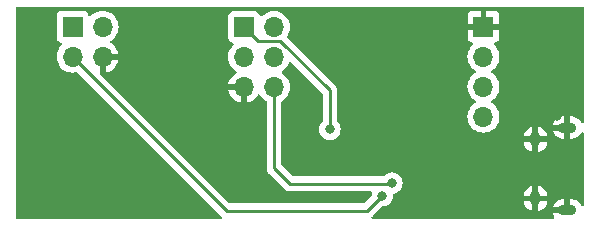
<source format=gbr>
%TF.GenerationSoftware,KiCad,Pcbnew,8.0.0*%
%TF.CreationDate,2024-02-26T11:32:58-08:00*%
%TF.ProjectId,gotek-breakout,676f7465-6b2d-4627-9265-616b6f75742e,rev?*%
%TF.SameCoordinates,Original*%
%TF.FileFunction,Copper,L2,Bot*%
%TF.FilePolarity,Positive*%
%FSLAX46Y46*%
G04 Gerber Fmt 4.6, Leading zero omitted, Abs format (unit mm)*
G04 Created by KiCad (PCBNEW 8.0.0) date 2024-02-26 11:32:58*
%MOMM*%
%LPD*%
G01*
G04 APERTURE LIST*
%TA.AperFunction,ComponentPad*%
%ADD10R,1.700000X1.700000*%
%TD*%
%TA.AperFunction,ComponentPad*%
%ADD11O,1.700000X1.700000*%
%TD*%
%TA.AperFunction,ComponentPad*%
%ADD12O,1.550000X0.890000*%
%TD*%
%TA.AperFunction,ComponentPad*%
%ADD13O,0.950000X1.250000*%
%TD*%
%TA.AperFunction,ViaPad*%
%ADD14C,0.800000*%
%TD*%
%TA.AperFunction,Conductor*%
%ADD15C,0.250000*%
%TD*%
G04 APERTURE END LIST*
D10*
%TO.P,J8,1,Pin_1*%
%TO.N,/Gotek Side/ROT_SW*%
X64725000Y-100225000D03*
D11*
%TO.P,J8,2,Pin_2*%
%TO.N,unconnected-(J8-Pin_2-Pad2)*%
X67265000Y-100225000D03*
%TO.P,J8,3,Pin_3*%
%TO.N,/Gotek Side/ROT_DT*%
X64725000Y-102765000D03*
%TO.P,J8,4,Pin_4*%
%TO.N,/Gotek Side/ROT_CLK*%
X67265000Y-102765000D03*
%TO.P,J8,5,Pin_5*%
%TO.N,/Gotek Side/GND*%
X64725000Y-105305000D03*
%TO.P,J8,6,Pin_6*%
%TO.N,/Gotek Side/+5V*%
X67265000Y-105305000D03*
%TD*%
D10*
%TO.P,J7,1,Pin_1*%
%TO.N,/Gotek Side/OLED_SCK*%
X50210000Y-100210000D03*
D11*
%TO.P,J7,2,Pin_2*%
%TO.N,/Gotek Side/OLED_SDA*%
X52750000Y-100210000D03*
%TO.P,J7,3,Pin_3*%
%TO.N,/Gotek Side/+3V*%
X50210000Y-102750000D03*
%TO.P,J7,4,Pin_4*%
%TO.N,/Gotek Side/GND*%
X52750000Y-102750000D03*
%TD*%
D12*
%TO.P,J12,6,Shield*%
%TO.N,/Gotek Side/GND*%
X92100000Y-115750000D03*
D13*
X89400000Y-114749999D03*
X89400000Y-109750001D03*
D12*
X92100000Y-108750000D03*
%TD*%
D10*
%TO.P,J11,1,Pin_1*%
%TO.N,/Gotek Side/GND*%
X85000000Y-100200000D03*
D11*
%TO.P,J11,2,Pin_2*%
%TO.N,/Gotek Side/USB_D-*%
X85000000Y-102740000D03*
%TO.P,J11,3,Pin_3*%
%TO.N,/Gotek Side/USB_D+*%
X85000000Y-105280000D03*
%TO.P,J11,4,Pin_4*%
%TO.N,/Gotek Side/+5V*%
X85000000Y-107820000D03*
%TD*%
D14*
%TO.N,/Gotek Side/GND*%
X91200000Y-107800000D03*
X59000000Y-100000000D03*
X77000000Y-100000000D03*
X59000000Y-106000000D03*
X64000000Y-113000000D03*
X57000000Y-113000000D03*
X50000000Y-113000000D03*
%TO.N,/Gotek Side/ROT_SW*%
X72000000Y-108900000D03*
%TO.N,/Gotek Side/+5V*%
X77250000Y-113450000D03*
%TO.N,/Gotek Side/+3V*%
X76429265Y-114525000D03*
%TO.N,/Gotek Side/GND*%
X93000000Y-101000000D03*
X84100000Y-113000000D03*
%TD*%
D15*
%TO.N,/Gotek Side/+5V*%
X77250000Y-113450000D02*
X77200000Y-113500000D01*
X77200000Y-113500000D02*
X68600000Y-113500000D01*
X68600000Y-113500000D02*
X67265000Y-112165000D01*
X67265000Y-112165000D02*
X67265000Y-105305000D01*
%TO.N,/Gotek Side/+3V*%
X76429265Y-114525000D02*
X75154265Y-115800000D01*
X75154265Y-115800000D02*
X63260000Y-115800000D01*
X63260000Y-115800000D02*
X50210000Y-102750000D01*
%TO.N,/Gotek Side/ROT_SW*%
X72000000Y-108900000D02*
X72000000Y-105600000D01*
X72000000Y-105600000D02*
X67800000Y-101400000D01*
X67800000Y-101400000D02*
X65900000Y-101400000D01*
X65900000Y-101400000D02*
X64725000Y-100225000D01*
%TD*%
%TA.AperFunction,Conductor*%
%TO.N,/Gotek Side/GND*%
G36*
X93443039Y-98519685D02*
G01*
X93488794Y-98572489D01*
X93500000Y-98624000D01*
X93500000Y-108242412D01*
X93480315Y-108309451D01*
X93427511Y-108355206D01*
X93358353Y-108365150D01*
X93294797Y-108336125D01*
X93271522Y-108306978D01*
X93270833Y-108307440D01*
X93164029Y-108147598D01*
X93164026Y-108147594D01*
X93032405Y-108015973D01*
X93032401Y-108015970D01*
X92877631Y-107912555D01*
X92877622Y-107912550D01*
X92705646Y-107841316D01*
X92705638Y-107841314D01*
X92523077Y-107805000D01*
X92350000Y-107805000D01*
X92350000Y-108500000D01*
X91850000Y-108500000D01*
X91850000Y-107805000D01*
X91676923Y-107805000D01*
X91494361Y-107841314D01*
X91494353Y-107841316D01*
X91322377Y-107912550D01*
X91322368Y-107912555D01*
X91167598Y-108015970D01*
X91167594Y-108015973D01*
X91035973Y-108147594D01*
X91035970Y-108147598D01*
X90932555Y-108302368D01*
X90932548Y-108302381D01*
X90861317Y-108474350D01*
X90861316Y-108474355D01*
X90856216Y-108500000D01*
X91725272Y-108500000D01*
X91633386Y-108538060D01*
X91563060Y-108608386D01*
X91525000Y-108700272D01*
X91525000Y-108799728D01*
X91563060Y-108891614D01*
X91633386Y-108961940D01*
X91725272Y-109000000D01*
X90856216Y-109000000D01*
X90861316Y-109025644D01*
X90861317Y-109025649D01*
X90932548Y-109197618D01*
X90932555Y-109197631D01*
X91035970Y-109352401D01*
X91035973Y-109352405D01*
X91167594Y-109484026D01*
X91167598Y-109484029D01*
X91322368Y-109587444D01*
X91322377Y-109587449D01*
X91494353Y-109658683D01*
X91494361Y-109658685D01*
X91676921Y-109694999D01*
X91676924Y-109695000D01*
X91850000Y-109695000D01*
X91850000Y-109000000D01*
X92350000Y-109000000D01*
X92350000Y-109695000D01*
X92523076Y-109695000D01*
X92523078Y-109694999D01*
X92705638Y-109658685D01*
X92705646Y-109658683D01*
X92877622Y-109587449D01*
X92877631Y-109587444D01*
X93032401Y-109484029D01*
X93032405Y-109484026D01*
X93164026Y-109352405D01*
X93164029Y-109352401D01*
X93270833Y-109192560D01*
X93272203Y-109193475D01*
X93315597Y-109149294D01*
X93383733Y-109133828D01*
X93449414Y-109157655D01*
X93491787Y-109213210D01*
X93500000Y-109257587D01*
X93500000Y-115242412D01*
X93480315Y-115309451D01*
X93427511Y-115355206D01*
X93358353Y-115365150D01*
X93294797Y-115336125D01*
X93271522Y-115306978D01*
X93270833Y-115307440D01*
X93164029Y-115147598D01*
X93164026Y-115147594D01*
X93032405Y-115015973D01*
X93032401Y-115015970D01*
X92877631Y-114912555D01*
X92877622Y-114912550D01*
X92705646Y-114841316D01*
X92705638Y-114841314D01*
X92523077Y-114805000D01*
X92350000Y-114805000D01*
X92350000Y-115500000D01*
X91850000Y-115500000D01*
X91850000Y-114805000D01*
X91676923Y-114805000D01*
X91494361Y-114841314D01*
X91494353Y-114841316D01*
X91322377Y-114912550D01*
X91322368Y-114912555D01*
X91167598Y-115015970D01*
X91167594Y-115015973D01*
X91035973Y-115147594D01*
X91035970Y-115147598D01*
X90932555Y-115302368D01*
X90932548Y-115302381D01*
X90861317Y-115474350D01*
X90861316Y-115474355D01*
X90856216Y-115500000D01*
X91725272Y-115500000D01*
X91633386Y-115538060D01*
X91563060Y-115608386D01*
X91525000Y-115700272D01*
X91525000Y-115799728D01*
X91563060Y-115891614D01*
X91633386Y-115961940D01*
X91725272Y-116000000D01*
X90856216Y-116000000D01*
X90861316Y-116025644D01*
X90861317Y-116025649D01*
X90932548Y-116197618D01*
X90932555Y-116197631D01*
X91005707Y-116307109D01*
X91026585Y-116373786D01*
X91008101Y-116441166D01*
X90956122Y-116487857D01*
X90902605Y-116500000D01*
X75638219Y-116500000D01*
X75571180Y-116480315D01*
X75525425Y-116427511D01*
X75515481Y-116358353D01*
X75544506Y-116294797D01*
X75550537Y-116288319D01*
X75552998Y-116285858D01*
X75640123Y-116198733D01*
X75640123Y-116198731D01*
X75647190Y-116191665D01*
X75647192Y-116191661D01*
X76377036Y-115461819D01*
X76438359Y-115428334D01*
X76464717Y-115425500D01*
X76523909Y-115425500D01*
X76523911Y-115425500D01*
X76709068Y-115386144D01*
X76881995Y-115309151D01*
X77035136Y-115197888D01*
X77161798Y-115057216D01*
X77194832Y-114999999D01*
X88425789Y-114999999D01*
X88462466Y-115184388D01*
X88462468Y-115184396D01*
X88535964Y-115361832D01*
X88535969Y-115361841D01*
X88642667Y-115521525D01*
X88642670Y-115521529D01*
X88778469Y-115657328D01*
X88778473Y-115657331D01*
X88938157Y-115764029D01*
X88938167Y-115764034D01*
X89115599Y-115837529D01*
X89115606Y-115837532D01*
X89150000Y-115844372D01*
X89150000Y-115015055D01*
X89166866Y-115055774D01*
X89244225Y-115133133D01*
X89345299Y-115174999D01*
X89454701Y-115174999D01*
X89555775Y-115133133D01*
X89633134Y-115055774D01*
X89650000Y-115015055D01*
X89650000Y-115844371D01*
X89684393Y-115837532D01*
X89684400Y-115837529D01*
X89861832Y-115764034D01*
X89861842Y-115764029D01*
X90021526Y-115657331D01*
X90021530Y-115657328D01*
X90157329Y-115521529D01*
X90157332Y-115521525D01*
X90264030Y-115361841D01*
X90264035Y-115361832D01*
X90337531Y-115184396D01*
X90337533Y-115184388D01*
X90374210Y-114999999D01*
X89656237Y-114999999D01*
X89675000Y-114954700D01*
X89675000Y-114545298D01*
X89656237Y-114499999D01*
X90374210Y-114499999D01*
X90374210Y-114499998D01*
X90337533Y-114315609D01*
X90337531Y-114315601D01*
X90264035Y-114138165D01*
X90264030Y-114138156D01*
X90157332Y-113978472D01*
X90157329Y-113978468D01*
X90021530Y-113842669D01*
X90021526Y-113842666D01*
X89861842Y-113735968D01*
X89861833Y-113735963D01*
X89684397Y-113662467D01*
X89684389Y-113662465D01*
X89650000Y-113655624D01*
X89650000Y-114484942D01*
X89633134Y-114444224D01*
X89555775Y-114366865D01*
X89454701Y-114324999D01*
X89345299Y-114324999D01*
X89244225Y-114366865D01*
X89166866Y-114444224D01*
X89150000Y-114484942D01*
X89150000Y-113655624D01*
X89115610Y-113662465D01*
X89115602Y-113662467D01*
X88938166Y-113735963D01*
X88938157Y-113735968D01*
X88778473Y-113842666D01*
X88778469Y-113842669D01*
X88642670Y-113978468D01*
X88642667Y-113978472D01*
X88535969Y-114138156D01*
X88535964Y-114138165D01*
X88462468Y-114315601D01*
X88462466Y-114315609D01*
X88425789Y-114499998D01*
X88425790Y-114499999D01*
X89143763Y-114499999D01*
X89125000Y-114545298D01*
X89125000Y-114954700D01*
X89143763Y-114999999D01*
X88425789Y-114999999D01*
X77194832Y-114999999D01*
X77256444Y-114893284D01*
X77314939Y-114713256D01*
X77334725Y-114525000D01*
X77328672Y-114467411D01*
X77341241Y-114398684D01*
X77388973Y-114347660D01*
X77426204Y-114333164D01*
X77529803Y-114311144D01*
X77529807Y-114311142D01*
X77529808Y-114311142D01*
X77588058Y-114285206D01*
X77702730Y-114234151D01*
X77855871Y-114122888D01*
X77982533Y-113982216D01*
X78077179Y-113818284D01*
X78135674Y-113638256D01*
X78155460Y-113450000D01*
X78135674Y-113261744D01*
X78077179Y-113081716D01*
X77982533Y-112917784D01*
X77855871Y-112777112D01*
X77855863Y-112777106D01*
X77702734Y-112665851D01*
X77702729Y-112665848D01*
X77529807Y-112588857D01*
X77529802Y-112588855D01*
X77384001Y-112557865D01*
X77344646Y-112549500D01*
X77155354Y-112549500D01*
X77122897Y-112556398D01*
X76970197Y-112588855D01*
X76970192Y-112588857D01*
X76797270Y-112665848D01*
X76797265Y-112665851D01*
X76644135Y-112777106D01*
X76644129Y-112777111D01*
X76593382Y-112833472D01*
X76533895Y-112870121D01*
X76501232Y-112874500D01*
X68910452Y-112874500D01*
X68843413Y-112854815D01*
X68822771Y-112838181D01*
X67926819Y-111942229D01*
X67893334Y-111880906D01*
X67890500Y-111854548D01*
X67890500Y-110000001D01*
X88425789Y-110000001D01*
X88462466Y-110184390D01*
X88462468Y-110184398D01*
X88535964Y-110361834D01*
X88535969Y-110361843D01*
X88642667Y-110521527D01*
X88642670Y-110521531D01*
X88778469Y-110657330D01*
X88778473Y-110657333D01*
X88938157Y-110764031D01*
X88938167Y-110764036D01*
X89115599Y-110837531D01*
X89115606Y-110837534D01*
X89150000Y-110844374D01*
X89150000Y-110015057D01*
X89166866Y-110055776D01*
X89244225Y-110133135D01*
X89345299Y-110175001D01*
X89454701Y-110175001D01*
X89555775Y-110133135D01*
X89633134Y-110055776D01*
X89650000Y-110015057D01*
X89650000Y-110844373D01*
X89684393Y-110837534D01*
X89684400Y-110837531D01*
X89861832Y-110764036D01*
X89861842Y-110764031D01*
X90021526Y-110657333D01*
X90021530Y-110657330D01*
X90157329Y-110521531D01*
X90157332Y-110521527D01*
X90264030Y-110361843D01*
X90264035Y-110361834D01*
X90337531Y-110184398D01*
X90337533Y-110184390D01*
X90374210Y-110000001D01*
X89656237Y-110000001D01*
X89675000Y-109954702D01*
X89675000Y-109545300D01*
X89656237Y-109500001D01*
X90374210Y-109500001D01*
X90374210Y-109500000D01*
X90337533Y-109315611D01*
X90337531Y-109315603D01*
X90264035Y-109138167D01*
X90264030Y-109138158D01*
X90157332Y-108978474D01*
X90157329Y-108978470D01*
X90021530Y-108842671D01*
X90021526Y-108842668D01*
X89861842Y-108735970D01*
X89861833Y-108735965D01*
X89684397Y-108662469D01*
X89684389Y-108662467D01*
X89650000Y-108655626D01*
X89650000Y-109484944D01*
X89633134Y-109444226D01*
X89555775Y-109366867D01*
X89454701Y-109325001D01*
X89345299Y-109325001D01*
X89244225Y-109366867D01*
X89166866Y-109444226D01*
X89150000Y-109484944D01*
X89150000Y-108655626D01*
X89115610Y-108662467D01*
X89115602Y-108662469D01*
X88938166Y-108735965D01*
X88938157Y-108735970D01*
X88778473Y-108842668D01*
X88778469Y-108842671D01*
X88642670Y-108978470D01*
X88642667Y-108978474D01*
X88535969Y-109138158D01*
X88535964Y-109138167D01*
X88462468Y-109315603D01*
X88462466Y-109315611D01*
X88425789Y-109500000D01*
X88425790Y-109500001D01*
X89143763Y-109500001D01*
X89125000Y-109545300D01*
X89125000Y-109954702D01*
X89143763Y-110000001D01*
X88425789Y-110000001D01*
X67890500Y-110000001D01*
X67890500Y-106580226D01*
X67910185Y-106513187D01*
X67943374Y-106478654D01*
X68136401Y-106343495D01*
X68303495Y-106176401D01*
X68439035Y-105982830D01*
X68538903Y-105768663D01*
X68600063Y-105540408D01*
X68620659Y-105305000D01*
X68620657Y-105304982D01*
X68605128Y-105127489D01*
X68600063Y-105069592D01*
X68538903Y-104841337D01*
X68439035Y-104627171D01*
X68433731Y-104619595D01*
X68303494Y-104433597D01*
X68136402Y-104266506D01*
X68136396Y-104266501D01*
X67950842Y-104136575D01*
X67907217Y-104081998D01*
X67900023Y-104012500D01*
X67931546Y-103950145D01*
X67950842Y-103933425D01*
X67986546Y-103908425D01*
X68136401Y-103803495D01*
X68303495Y-103636401D01*
X68439035Y-103442830D01*
X68529309Y-103249236D01*
X68575480Y-103196798D01*
X68642673Y-103177646D01*
X68709555Y-103197862D01*
X68729371Y-103213961D01*
X71338181Y-105822771D01*
X71371666Y-105884094D01*
X71374500Y-105910452D01*
X71374500Y-108201312D01*
X71354815Y-108268351D01*
X71342650Y-108284284D01*
X71267466Y-108367784D01*
X71172821Y-108531715D01*
X71172818Y-108531722D01*
X71114327Y-108711740D01*
X71114326Y-108711744D01*
X71094540Y-108900000D01*
X71114326Y-109088256D01*
X71114327Y-109088259D01*
X71172818Y-109268277D01*
X71172821Y-109268284D01*
X71267467Y-109432216D01*
X71328501Y-109500001D01*
X71394129Y-109572888D01*
X71547265Y-109684148D01*
X71547270Y-109684151D01*
X71720192Y-109761142D01*
X71720197Y-109761144D01*
X71905354Y-109800500D01*
X71905355Y-109800500D01*
X72094644Y-109800500D01*
X72094646Y-109800500D01*
X72279803Y-109761144D01*
X72452730Y-109684151D01*
X72605871Y-109572888D01*
X72732533Y-109432216D01*
X72827179Y-109268284D01*
X72885674Y-109088256D01*
X72905460Y-108900000D01*
X72885674Y-108711744D01*
X72827179Y-108531716D01*
X72732533Y-108367784D01*
X72680010Y-108309451D01*
X72657350Y-108284284D01*
X72627120Y-108221292D01*
X72625500Y-108201312D01*
X72625500Y-107820000D01*
X83644341Y-107820000D01*
X83664936Y-108055403D01*
X83664938Y-108055413D01*
X83726094Y-108283655D01*
X83726096Y-108283659D01*
X83726097Y-108283663D01*
X83815016Y-108474350D01*
X83825965Y-108497830D01*
X83825967Y-108497834D01*
X83849692Y-108531716D01*
X83961505Y-108691401D01*
X84128599Y-108858495D01*
X84225384Y-108926265D01*
X84322165Y-108994032D01*
X84322167Y-108994033D01*
X84322170Y-108994035D01*
X84536337Y-109093903D01*
X84764592Y-109155063D01*
X84952918Y-109171539D01*
X84999999Y-109175659D01*
X85000000Y-109175659D01*
X85000001Y-109175659D01*
X85039234Y-109172226D01*
X85235408Y-109155063D01*
X85463663Y-109093903D01*
X85677830Y-108994035D01*
X85871401Y-108858495D01*
X86038495Y-108691401D01*
X86174035Y-108497830D01*
X86273903Y-108283663D01*
X86335063Y-108055408D01*
X86355659Y-107820000D01*
X86335063Y-107584592D01*
X86273903Y-107356337D01*
X86174035Y-107142171D01*
X86038495Y-106948599D01*
X86038494Y-106948597D01*
X85871402Y-106781506D01*
X85871396Y-106781501D01*
X85685842Y-106651575D01*
X85642217Y-106596998D01*
X85635023Y-106527500D01*
X85666546Y-106465145D01*
X85685842Y-106448425D01*
X85708026Y-106432891D01*
X85871401Y-106318495D01*
X86038495Y-106151401D01*
X86174035Y-105957830D01*
X86273903Y-105743663D01*
X86335063Y-105515408D01*
X86355659Y-105280000D01*
X86335063Y-105044592D01*
X86273903Y-104816337D01*
X86174035Y-104602171D01*
X86056001Y-104433599D01*
X86038494Y-104408597D01*
X85871402Y-104241506D01*
X85871396Y-104241501D01*
X85685842Y-104111575D01*
X85642217Y-104056998D01*
X85635023Y-103987500D01*
X85666546Y-103925145D01*
X85685842Y-103908425D01*
X85708026Y-103892891D01*
X85871401Y-103778495D01*
X86038495Y-103611401D01*
X86174035Y-103417830D01*
X86273903Y-103203663D01*
X86335063Y-102975408D01*
X86355659Y-102740000D01*
X86335063Y-102504592D01*
X86276584Y-102286344D01*
X86273905Y-102276344D01*
X86273904Y-102276343D01*
X86273903Y-102276337D01*
X86174035Y-102062171D01*
X86045723Y-101878922D01*
X86038496Y-101868600D01*
X86038495Y-101868599D01*
X85916179Y-101746283D01*
X85882696Y-101684963D01*
X85887680Y-101615271D01*
X85929551Y-101559337D01*
X85960529Y-101542422D01*
X86092086Y-101493354D01*
X86092093Y-101493350D01*
X86207187Y-101407190D01*
X86207190Y-101407187D01*
X86293350Y-101292093D01*
X86293354Y-101292086D01*
X86343596Y-101157379D01*
X86343598Y-101157372D01*
X86349999Y-101097844D01*
X86350000Y-101097827D01*
X86350000Y-100450000D01*
X85433012Y-100450000D01*
X85465925Y-100392993D01*
X85500000Y-100265826D01*
X85500000Y-100134174D01*
X85465925Y-100007007D01*
X85433012Y-99950000D01*
X86350000Y-99950000D01*
X86350000Y-99302172D01*
X86349999Y-99302155D01*
X86343598Y-99242627D01*
X86343596Y-99242620D01*
X86293354Y-99107913D01*
X86293350Y-99107906D01*
X86207190Y-98992812D01*
X86207187Y-98992809D01*
X86092093Y-98906649D01*
X86092086Y-98906645D01*
X85957379Y-98856403D01*
X85957372Y-98856401D01*
X85897844Y-98850000D01*
X85250000Y-98850000D01*
X85250000Y-99766988D01*
X85192993Y-99734075D01*
X85065826Y-99700000D01*
X84934174Y-99700000D01*
X84807007Y-99734075D01*
X84750000Y-99766988D01*
X84750000Y-98850000D01*
X84102155Y-98850000D01*
X84042627Y-98856401D01*
X84042620Y-98856403D01*
X83907913Y-98906645D01*
X83907906Y-98906649D01*
X83792812Y-98992809D01*
X83792809Y-98992812D01*
X83706649Y-99107906D01*
X83706645Y-99107913D01*
X83656403Y-99242620D01*
X83656401Y-99242627D01*
X83650000Y-99302155D01*
X83650000Y-99950000D01*
X84566988Y-99950000D01*
X84534075Y-100007007D01*
X84500000Y-100134174D01*
X84500000Y-100265826D01*
X84534075Y-100392993D01*
X84566988Y-100450000D01*
X83650000Y-100450000D01*
X83650000Y-101097844D01*
X83656401Y-101157372D01*
X83656403Y-101157379D01*
X83706645Y-101292086D01*
X83706649Y-101292093D01*
X83792809Y-101407187D01*
X83792812Y-101407190D01*
X83907906Y-101493350D01*
X83907913Y-101493354D01*
X84039470Y-101542421D01*
X84095403Y-101584292D01*
X84119821Y-101649756D01*
X84104970Y-101718029D01*
X84083819Y-101746284D01*
X83961503Y-101868600D01*
X83825965Y-102062169D01*
X83825964Y-102062171D01*
X83726098Y-102276335D01*
X83726094Y-102276344D01*
X83664938Y-102504586D01*
X83664936Y-102504596D01*
X83644341Y-102739999D01*
X83644341Y-102740000D01*
X83664936Y-102975403D01*
X83664938Y-102975413D01*
X83726094Y-103203655D01*
X83726096Y-103203659D01*
X83726097Y-103203663D01*
X83817661Y-103400023D01*
X83825965Y-103417830D01*
X83825967Y-103417834D01*
X83961501Y-103611395D01*
X83961506Y-103611402D01*
X84128597Y-103778493D01*
X84128603Y-103778498D01*
X84314158Y-103908425D01*
X84357783Y-103963002D01*
X84364977Y-104032500D01*
X84333454Y-104094855D01*
X84314158Y-104111575D01*
X84128597Y-104241505D01*
X83961505Y-104408597D01*
X83825965Y-104602169D01*
X83825964Y-104602171D01*
X83726098Y-104816335D01*
X83726094Y-104816344D01*
X83664938Y-105044586D01*
X83664936Y-105044596D01*
X83644341Y-105279999D01*
X83644341Y-105280000D01*
X83664936Y-105515403D01*
X83664938Y-105515413D01*
X83726094Y-105743655D01*
X83726096Y-105743659D01*
X83726097Y-105743663D01*
X83738810Y-105770925D01*
X83825965Y-105957830D01*
X83825967Y-105957834D01*
X83961501Y-106151395D01*
X83961506Y-106151402D01*
X84128597Y-106318493D01*
X84128603Y-106318498D01*
X84314158Y-106448425D01*
X84357783Y-106503002D01*
X84364977Y-106572500D01*
X84333454Y-106634855D01*
X84314158Y-106651575D01*
X84128597Y-106781505D01*
X83961505Y-106948597D01*
X83825965Y-107142169D01*
X83825964Y-107142171D01*
X83726098Y-107356335D01*
X83726094Y-107356344D01*
X83664938Y-107584586D01*
X83664936Y-107584596D01*
X83644341Y-107819999D01*
X83644341Y-107820000D01*
X72625500Y-107820000D01*
X72625500Y-105538393D01*
X72625499Y-105538389D01*
X72601464Y-105417555D01*
X72601463Y-105417548D01*
X72554844Y-105305000D01*
X72554312Y-105303715D01*
X72538465Y-105279999D01*
X72514006Y-105243393D01*
X72514006Y-105243394D01*
X72485858Y-105201267D01*
X72485855Y-105201264D01*
X72485853Y-105201261D01*
X72395637Y-105111045D01*
X72395606Y-105111016D01*
X68408983Y-101124393D01*
X68375498Y-101063070D01*
X68380482Y-100993378D01*
X68395089Y-100965590D01*
X68417677Y-100933330D01*
X68439032Y-100902835D01*
X68439033Y-100902832D01*
X68439035Y-100902830D01*
X68538903Y-100688663D01*
X68600063Y-100460408D01*
X68620659Y-100225000D01*
X68600063Y-99989592D01*
X68538903Y-99761337D01*
X68439035Y-99547171D01*
X68303495Y-99353599D01*
X68303494Y-99353597D01*
X68136402Y-99186506D01*
X68136395Y-99186501D01*
X67942834Y-99050967D01*
X67942830Y-99050965D01*
X67910660Y-99035964D01*
X67728663Y-98951097D01*
X67728659Y-98951096D01*
X67728655Y-98951094D01*
X67500413Y-98889938D01*
X67500403Y-98889936D01*
X67265001Y-98869341D01*
X67264999Y-98869341D01*
X67029596Y-98889936D01*
X67029586Y-98889938D01*
X66801344Y-98951094D01*
X66801335Y-98951098D01*
X66587171Y-99050964D01*
X66587169Y-99050965D01*
X66393600Y-99186503D01*
X66271673Y-99308430D01*
X66210350Y-99341914D01*
X66140658Y-99336930D01*
X66084725Y-99295058D01*
X66067810Y-99264081D01*
X66018797Y-99132671D01*
X66018793Y-99132664D01*
X65932547Y-99017455D01*
X65932544Y-99017452D01*
X65817335Y-98931206D01*
X65817328Y-98931202D01*
X65682482Y-98880908D01*
X65682483Y-98880908D01*
X65622883Y-98874501D01*
X65622881Y-98874500D01*
X65622873Y-98874500D01*
X65622864Y-98874500D01*
X63827129Y-98874500D01*
X63827123Y-98874501D01*
X63767516Y-98880908D01*
X63632671Y-98931202D01*
X63632664Y-98931206D01*
X63517455Y-99017452D01*
X63517452Y-99017455D01*
X63431206Y-99132664D01*
X63431202Y-99132671D01*
X63380908Y-99267517D01*
X63374501Y-99327116D01*
X63374500Y-99327135D01*
X63374500Y-101122870D01*
X63374501Y-101122876D01*
X63380908Y-101182483D01*
X63431202Y-101317328D01*
X63431206Y-101317335D01*
X63517452Y-101432544D01*
X63517455Y-101432547D01*
X63632664Y-101518793D01*
X63632671Y-101518797D01*
X63764081Y-101567810D01*
X63820015Y-101609681D01*
X63844432Y-101675145D01*
X63829580Y-101743418D01*
X63808430Y-101771673D01*
X63686503Y-101893600D01*
X63550965Y-102087169D01*
X63550964Y-102087171D01*
X63451098Y-102301335D01*
X63451094Y-102301344D01*
X63389938Y-102529586D01*
X63389936Y-102529596D01*
X63369341Y-102764999D01*
X63369341Y-102765000D01*
X63389936Y-103000403D01*
X63389938Y-103000413D01*
X63451094Y-103228655D01*
X63451096Y-103228659D01*
X63451097Y-103228663D01*
X63461047Y-103250000D01*
X63550965Y-103442830D01*
X63550967Y-103442834D01*
X63659281Y-103597521D01*
X63686505Y-103636401D01*
X63853599Y-103803495D01*
X64025746Y-103924034D01*
X64039594Y-103933730D01*
X64083219Y-103988307D01*
X64090413Y-104057805D01*
X64058890Y-104120160D01*
X64039595Y-104136880D01*
X63853922Y-104266890D01*
X63853920Y-104266891D01*
X63686891Y-104433920D01*
X63686886Y-104433926D01*
X63551400Y-104627420D01*
X63551399Y-104627422D01*
X63451570Y-104841507D01*
X63451567Y-104841513D01*
X63394364Y-105054999D01*
X63394364Y-105055000D01*
X64291988Y-105055000D01*
X64259075Y-105112007D01*
X64225000Y-105239174D01*
X64225000Y-105370826D01*
X64259075Y-105497993D01*
X64291988Y-105555000D01*
X63394364Y-105555000D01*
X63451567Y-105768486D01*
X63451570Y-105768492D01*
X63551399Y-105982578D01*
X63686894Y-106176082D01*
X63853917Y-106343105D01*
X64047421Y-106478600D01*
X64261507Y-106578429D01*
X64261516Y-106578433D01*
X64475000Y-106635634D01*
X64475000Y-105738012D01*
X64532007Y-105770925D01*
X64659174Y-105805000D01*
X64790826Y-105805000D01*
X64917993Y-105770925D01*
X64975000Y-105738012D01*
X64975000Y-106635633D01*
X65188483Y-106578433D01*
X65188492Y-106578429D01*
X65402578Y-106478600D01*
X65596082Y-106343105D01*
X65763105Y-106176082D01*
X65893119Y-105990405D01*
X65947696Y-105946781D01*
X66017195Y-105939588D01*
X66079549Y-105971110D01*
X66096269Y-105990405D01*
X66226505Y-106176401D01*
X66393599Y-106343495D01*
X66586624Y-106478653D01*
X66630248Y-106533228D01*
X66639500Y-106580226D01*
X66639500Y-112226611D01*
X66663535Y-112347444D01*
X66663540Y-112347461D01*
X66710685Y-112461280D01*
X66710690Y-112461289D01*
X66744914Y-112512507D01*
X66744915Y-112512509D01*
X66779141Y-112563733D01*
X66870586Y-112655178D01*
X66870608Y-112655198D01*
X68111016Y-113895606D01*
X68111045Y-113895637D01*
X68201264Y-113985856D01*
X68201267Y-113985858D01*
X68252490Y-114020084D01*
X68303714Y-114054312D01*
X68384207Y-114087652D01*
X68417548Y-114101463D01*
X68432328Y-114104402D01*
X68459370Y-114109782D01*
X68459390Y-114109785D01*
X68459412Y-114109790D01*
X68538391Y-114125499D01*
X68538392Y-114125500D01*
X68538393Y-114125500D01*
X68538394Y-114125500D01*
X75441557Y-114125500D01*
X75508596Y-114145185D01*
X75554351Y-114197989D01*
X75564295Y-114267147D01*
X75559488Y-114287818D01*
X75551910Y-114311142D01*
X75543591Y-114336744D01*
X75537081Y-114398684D01*
X75525943Y-114504651D01*
X75499358Y-114569266D01*
X75490303Y-114579370D01*
X74931494Y-115138181D01*
X74870171Y-115171666D01*
X74843813Y-115174500D01*
X63570452Y-115174500D01*
X63503413Y-115154815D01*
X63482771Y-115138181D01*
X52536319Y-104191729D01*
X52502834Y-104130406D01*
X52500000Y-104104048D01*
X52500000Y-103183012D01*
X52557007Y-103215925D01*
X52684174Y-103250000D01*
X52815826Y-103250000D01*
X52942993Y-103215925D01*
X53000000Y-103183012D01*
X53000000Y-104080633D01*
X53213483Y-104023433D01*
X53213492Y-104023429D01*
X53427578Y-103923600D01*
X53621082Y-103788105D01*
X53788105Y-103621082D01*
X53923600Y-103427578D01*
X54023429Y-103213492D01*
X54023432Y-103213486D01*
X54080636Y-103000000D01*
X53183012Y-103000000D01*
X53215925Y-102942993D01*
X53250000Y-102815826D01*
X53250000Y-102684174D01*
X53215925Y-102557007D01*
X53183012Y-102500000D01*
X54080636Y-102500000D01*
X54080635Y-102499999D01*
X54023432Y-102286513D01*
X54023429Y-102286507D01*
X53923600Y-102072422D01*
X53923599Y-102072420D01*
X53788113Y-101878926D01*
X53788108Y-101878920D01*
X53621078Y-101711890D01*
X53435405Y-101581879D01*
X53391780Y-101527302D01*
X53384588Y-101457804D01*
X53416110Y-101395449D01*
X53435406Y-101378730D01*
X53523097Y-101317328D01*
X53621401Y-101248495D01*
X53788495Y-101081401D01*
X53924035Y-100887830D01*
X54023903Y-100673663D01*
X54085063Y-100445408D01*
X54105659Y-100210000D01*
X54085063Y-99974592D01*
X54023903Y-99746337D01*
X53924035Y-99532171D01*
X53790817Y-99341914D01*
X53788494Y-99338597D01*
X53621402Y-99171506D01*
X53621395Y-99171501D01*
X53427834Y-99035967D01*
X53427830Y-99035965D01*
X53388129Y-99017452D01*
X53213663Y-98936097D01*
X53213659Y-98936096D01*
X53213655Y-98936094D01*
X52985413Y-98874938D01*
X52985403Y-98874936D01*
X52750001Y-98854341D01*
X52749999Y-98854341D01*
X52514596Y-98874936D01*
X52514586Y-98874938D01*
X52286344Y-98936094D01*
X52286335Y-98936098D01*
X52072171Y-99035964D01*
X52072169Y-99035965D01*
X51878600Y-99171503D01*
X51756673Y-99293430D01*
X51695350Y-99326914D01*
X51625658Y-99321930D01*
X51569725Y-99280058D01*
X51552810Y-99249081D01*
X51503797Y-99117671D01*
X51503793Y-99117664D01*
X51417547Y-99002455D01*
X51417544Y-99002452D01*
X51302335Y-98916206D01*
X51302328Y-98916202D01*
X51167482Y-98865908D01*
X51167483Y-98865908D01*
X51107883Y-98859501D01*
X51107881Y-98859500D01*
X51107873Y-98859500D01*
X51107864Y-98859500D01*
X49312129Y-98859500D01*
X49312123Y-98859501D01*
X49252516Y-98865908D01*
X49117671Y-98916202D01*
X49117664Y-98916206D01*
X49002455Y-99002452D01*
X49002452Y-99002455D01*
X48916206Y-99117664D01*
X48916202Y-99117671D01*
X48865908Y-99252517D01*
X48859501Y-99312116D01*
X48859500Y-99312135D01*
X48859500Y-101107870D01*
X48859501Y-101107876D01*
X48865908Y-101167483D01*
X48916202Y-101302328D01*
X48916206Y-101302335D01*
X49002452Y-101417544D01*
X49002455Y-101417547D01*
X49117664Y-101503793D01*
X49117671Y-101503797D01*
X49249081Y-101552810D01*
X49305015Y-101594681D01*
X49329432Y-101660145D01*
X49314580Y-101728418D01*
X49293430Y-101756673D01*
X49171503Y-101878600D01*
X49035965Y-102072169D01*
X49035964Y-102072171D01*
X48936098Y-102286335D01*
X48936094Y-102286344D01*
X48874938Y-102514586D01*
X48874936Y-102514596D01*
X48854341Y-102749999D01*
X48854341Y-102750000D01*
X48874936Y-102985403D01*
X48874938Y-102985413D01*
X48936094Y-103213655D01*
X48936096Y-103213659D01*
X48936097Y-103213663D01*
X49022998Y-103400023D01*
X49035965Y-103427830D01*
X49035967Y-103427834D01*
X49052078Y-103450842D01*
X49171505Y-103621401D01*
X49338599Y-103788495D01*
X49435384Y-103856265D01*
X49532165Y-103924032D01*
X49532167Y-103924033D01*
X49532170Y-103924035D01*
X49746337Y-104023903D01*
X49974592Y-104085063D01*
X50146039Y-104100063D01*
X50209999Y-104105659D01*
X50210000Y-104105659D01*
X50210001Y-104105659D01*
X50249234Y-104102226D01*
X50445408Y-104085063D01*
X50545873Y-104058143D01*
X50615722Y-104059806D01*
X50665647Y-104090237D01*
X62771016Y-116195606D01*
X62771045Y-116195637D01*
X62863727Y-116288319D01*
X62897212Y-116349642D01*
X62892228Y-116419334D01*
X62850356Y-116475267D01*
X62784892Y-116499684D01*
X62776046Y-116500000D01*
X45524000Y-116500000D01*
X45456961Y-116480315D01*
X45411206Y-116427511D01*
X45400000Y-116376000D01*
X45400000Y-98624000D01*
X45419685Y-98556961D01*
X45472489Y-98511206D01*
X45524000Y-98500000D01*
X93376000Y-98500000D01*
X93443039Y-98519685D01*
G37*
%TD.AperFunction*%
%TD*%
M02*

</source>
